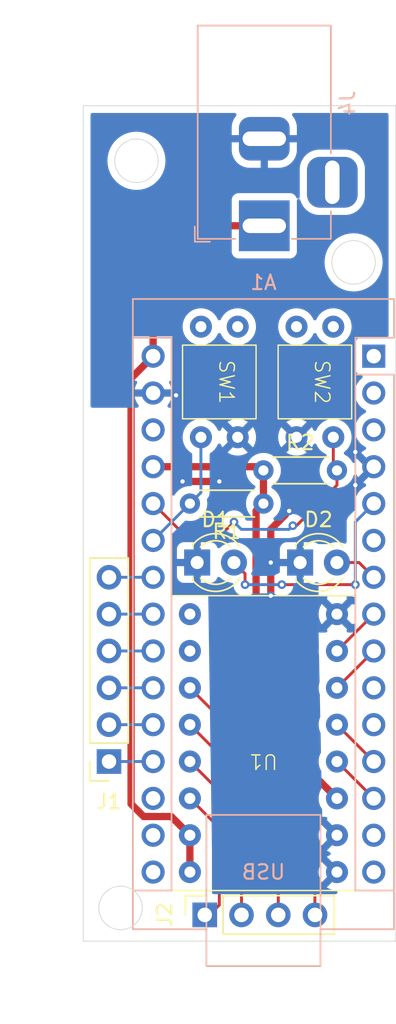
<source format=kicad_pcb>
(kicad_pcb (version 20240108) (generator "pcbnew") (generator_version "8.0")
  (layers (0 "F.Cu" signal) (31 "B.Cu" signal) (34 "B.Paste" user) (35 "F.Paste" user) (36 "B.SilkS" user "B.Silkscreen") (37 "F.SilkS" user "F.Silkscreen") (38 "B.Mask" user) (39 "F.Mask" user) (44 "Edge.Cuts" user))
  (net 0 "")
  (net 3 "IN1")
  (net 4 "SW1")
  (net 6 "GND")
  (net 7 "Net-(A1-D2)")
  (net 8 "IN2")
  (net 9 "Net-(A1-D4)")
  (net 10 "+5V")
  (net 11 "Net-(A1-A1)")
  (net 15 "Net-(A1-SCL{slash}A5)")
  (net 16 "SW2")
  (net 19 "IN3")
  (net 21 "IN4")
  (net 23 "Net-(A1-A0)")
  (net 24 "Net-(A1-A2)")
  (net 25 "VCC")
  (net 26 "Net-(A1-A3)")
  (net 29 "Net-(A1-SDA{slash}A4)")
  (net 30 "Net-(J2-Pin_3)")
  (net 31 "Net-(J2-Pin_1)")
  (net 32 "Net-(J2-Pin_4)")
  (net 33 "Net-(J2-Pin_2)")
  (footprint "Resistor_THT:R_Axial_DIN0204_L3.6mm_D1.6mm_P5.08mm_Horizontal" (layer "F.Cu") (at 36.7715 47.34)
    (property "Reference" "R2" (at 2.54 -1.92 0) (layer "F.SilkS"))
    (property "Value" "10k")
    (fp_line (start 0.62 -0.92) (end 4.46 -0.92) (stroke (width 0.12)) (layer "F.SilkS"))
    (fp_line (start 0.62 0.92) (end 4.46 0.92) (stroke (width 0.12)) (layer "F.SilkS"))
    (pad "1" thru_hole circle (at 0 0) (size 1.4 1.4) (drill 0.7) (layers "*.Cu" "*.Mask") (net 10 "+5V"))
    (pad "2" thru_hole oval (at 5.08 0) (size 1.4 1.4) (drill 0.7) (layers "*.Cu" "*.Mask") (net 16 "SW2"))
  )
  (footprint "Connector_PinSocket_2.54mm:PinSocket_1x04_P2.54mm_Vertical" (layer "F.Cu") (at 32.7175 77.978 90)
    (property "Reference" "J2" (at 0 -2.77 90) (layer "F.SilkS"))
    (property "Value" "Conn_01x04_Socket")
    (fp_line (start 1.33 -1.33) (end 1.33 0) (stroke (width 0.12)) (layer "F.SilkS"))
    (fp_line (start 0 -1.33) (end 1.33 -1.33) (stroke (width 0.12)) (layer "F.SilkS"))
    (fp_line (start 1.33 1.27) (end 1.33 8.95) (stroke (width 0.12)) (layer "F.SilkS"))
    (fp_line (start -1.33 1.27) (end 1.33 1.27) (stroke (width 0.12)) (layer "F.SilkS"))
    (fp_line (start -1.33 1.27) (end -1.33 8.95) (stroke (width 0.12)) (layer "F.SilkS"))
    (fp_line (start -1.33 8.95) (end 1.33 8.95) (stroke (width 0.12)) (layer "F.SilkS"))
    (pad "1" thru_hole rect (at 0 0 90) (size 1.7 1.7) (drill 1) (layers "*.Cu" "*.Mask") (net 31 "Net-(J2-Pin_1)"))
    (pad "2" thru_hole oval (at 0 2.54 90) (size 1.7 1.7) (drill 1) (layers "*.Cu" "*.Mask") (net 33 "Net-(J2-Pin_2)"))
    (pad "3" thru_hole oval (at 0 5.08 90) (size 1.7 1.7) (drill 1) (layers "*.Cu" "*.Mask") (net 30 "Net-(J2-Pin_3)"))
    (pad "4" thru_hole oval (at 0 7.62 90) (size 1.7 1.7) (drill 1) (layers "*.Cu" "*.Mask") (net 32 "Net-(J2-Pin_4)"))
  )
  (footprint "LED_THT:LED_D3.0mm" (layer "F.Cu") (at 32.1945 53.69)
    (property "Reference" "D1" (at 1.27 -2.96 0) (layer "F.SilkS"))
    (property "Value" "LED")
    (fp_line (start -0.29 -1.236) (end -0.29 -1.08) (stroke (width 0.12)) (layer "F.SilkS"))
    (fp_line (start -0.29 1.08) (end -0.29 1.236) (stroke (width 0.12)) (layer "F.SilkS"))
    (fp_arc (start -0.29 -1.235516) (mid 1.366487 -1.987659) (end 2.942335 -1.078608) (stroke (width 0.12)) (layer "F.SilkS"))
    (fp_arc (start 0.229039 -1.08) (mid 1.270117 -1.5) (end 2.31113 -1.079837) (stroke (width 0.12)) (layer "F.SilkS"))
    (fp_arc (start 2.31113 1.079837) (mid 1.270117 1.5) (end 0.229039 1.08) (stroke (width 0.12)) (layer "F.SilkS"))
    (fp_arc (start 2.942335 1.078608) (mid 1.366487 1.987659) (end -0.29 1.235516) (stroke (width 0.12)) (layer "F.SilkS"))
    (pad "1" thru_hole rect (at 0 0) (size 1.8 1.8) (drill 0.9) (layers "*.Cu" "*.Mask") (net 6 "GND"))
    (pad "2" thru_hole circle (at 2.54 0) (size 1.8 1.8) (drill 0.9) (layers "*.Cu" "*.Mask") (net 7 "Net-(A1-D2)"))
  )
  (footprint "自作:SW" (layer "F.Cu") (at 33.7235 41.244 -90)
    (property "Reference" "SW1" (at 0 -0.5 -90) (layer "F.SilkS") (effects (font (thickness 0.1))))
    (property "Value" "SW_Push")
    (fp_rect (start -2.54 -2.54) (end 2.54 2.54) (stroke (width 0.1)) (fill none) (layer "F.SilkS"))
    (pad "1" thru_hole circle (at 3.81 1.27 270) (size 1.524 1.524) (drill 0.762) (layers "*.Cu" "*.Mask") (net 4 "SW1"))
    (pad "2" thru_hole circle (at 3.81 -1.27 270) (size 1.524 1.524) (drill 0.762) (layers "*.Cu" "*.Mask") (net 6 "GND"))
    (pad "3" thru_hole circle (at -3.81 -1.27 270) (size 1.524 1.524) (drill 0.762) (layers "*.Cu" "*.Mask"))
    (pad "4" thru_hole circle (at -3.81 1.27 270) (size 1.524 1.524) (drill 0.762) (layers "*.Cu" "*.Mask"))
  )
  (footprint "Resistor_THT:R_Axial_DIN0204_L3.6mm_D1.6mm_P5.08mm_Horizontal" (layer "F.Cu") (at 36.7715 49.626 180)
    (property "Reference" "R1" (at 2.54 -1.92 0) (layer "F.SilkS"))
    (property "Value" "10k")
    (fp_line (start 0.62 0.92) (end 4.46 0.92) (stroke (width 0.12)) (layer "F.SilkS"))
    (fp_line (start 0.62 -0.92) (end 4.46 -0.92) (stroke (width 0.12)) (layer "F.SilkS"))
    (pad "1" thru_hole circle (at 0 0 180) (size 1.4 1.4) (drill 0.7) (layers "*.Cu" "*.Mask") (net 10 "+5V"))
    (pad "2" thru_hole oval (at 5.08 0 180) (size 1.4 1.4) (drill 0.7) (layers "*.Cu" "*.Mask") (net 4 "SW1"))
  )
  (footprint "自作:TC78H6353FTG" (layer "F.Cu") (at 36.7715 66.136 180)
    (property "Reference" "U1" (at 0 -1.27 180) (layer "F.SilkS") (effects (font (thickness 0.1))))
    (property "Value" "~")
    (fp_rect (start -6.35 -10.16) (end 6.35 10.16) (stroke (width 0.1)) (fill none) (layer "F.SilkS"))
    (pad "1" thru_hole circle (at -5.08 -8.89 180) (size 1.524 1.524) (drill 0.762) (layers "*.Cu" "*.Mask") (net 6 "GND"))
    (pad "2" thru_hole circle (at -5.08 -6.35 180) (size 1.524 1.524) (drill 0.762) (layers "*.Cu" "*.Mask") (net 6 "GND"))
    (pad "3" thru_hole circle (at -5.08 -3.81 180) (size 1.524 1.524) (drill 0.762) (layers "*.Cu" "*.Mask") (net 10 "+5V"))
    (pad "4" thru_hole circle (at -5.08 -1.27 180) (size 1.524 1.524) (drill 0.762) (layers "*.Cu" "*.Mask") (net 21 "IN4"))
    (pad "5" thru_hole circle (at -5.08 1.27 180) (size 1.524 1.524) (drill 0.762) (layers "*.Cu" "*.Mask") (net 19 "IN3"))
    (pad "6" thru_hole circle (at -5.08 3.81 180) (size 1.524 1.524) (drill 0.762) (layers "*.Cu" "*.Mask") (net 8 "IN2"))
    (pad "7" thru_hole circle (at -5.08 6.35 180) (size 1.524 1.524) (drill 0.762) (layers "*.Cu" "*.Mask") (net 3 "IN1"))
    (pad "8" thru_hole circle (at -5.08 8.89 180) (size 1.524 1.524) (drill 0.762) (layers "*.Cu" "*.Mask") (net 6 "GND"))
    (pad "9" thru_hole circle (at 5.08 8.89 180) (size 1.524 1.524) (drill 0.762) (layers "*.Cu" "*.Mask"))
    (pad "10" thru_hole circle (at 5.08 6.35 180) (size 1.524 1.524) (drill 0.762) (layers "*.Cu" "*.Mask"))
    (pad "11" thru_hole circle (at 5.08 3.81 180) (size 1.524 1.524) (drill 0.762) (layers "*.Cu" "*.Mask") (net 32 "Net-(J2-Pin_4)"))
    (pad "12" thru_hole circle (at 5.08 1.27 180) (size 1.524 1.524) (drill 0.762) (layers "*.Cu" "*.Mask") (net 30 "Net-(J2-Pin_3)"))
    (pad "13" thru_hole circle (at 5.08 -1.27 180) (size 1.524 1.524) (drill 0.762) (layers "*.Cu" "*.Mask") (net 33 "Net-(J2-Pin_2)"))
    (pad "14" thru_hole circle (at 5.08 -3.81 180) (size 1.524 1.524) (drill 0.762) (layers "*.Cu" "*.Mask") (net 31 "Net-(J2-Pin_1)"))
    (pad "15" thru_hole circle (at 5.08 -6.35 180) (size 1.524 1.524) (drill 0.762) (layers "*.Cu" "*.Mask") (net 25 "VCC"))
    (pad "16" thru_hole circle (at 5.08 -8.89 180) (size 1.524 1.524) (drill 0.762) (layers "*.Cu" "*.Mask") (net 25 "VCC"))
  )
  (footprint "自作:SW" (layer "F.Cu") (at 40.3275 41.244 -90)
    (property "Reference" "SW2" (at 0 -0.5 -90) (layer "F.SilkS") (effects (font (thickness 0.1))))
    (property "Value" "SW_Push")
    (fp_rect (start -2.54 -2.54) (end 2.54 2.54) (stroke (width 0.1)) (fill none) (layer "F.SilkS"))
    (pad "1" thru_hole circle (at 3.81 -1.27 270) (size 1.524 1.524) (drill 0.762) (layers "*.Cu" "*.Mask") (net 16 "SW2"))
    (pad "2" thru_hole circle (at 3.81 1.27 270) (size 1.524 1.524) (drill 0.762) (layers "*.Cu" "*.Mask") (net 6 "GND"))
    (pad "3" thru_hole circle (at -3.81 -1.27 270) (size 1.524 1.524) (drill 0.762) (layers "*.Cu" "*.Mask"))
    (pad "4" thru_hole circle (at -3.81 1.27 270) (size 1.524 1.524) (drill 0.762) (layers "*.Cu" "*.Mask"))
  )
  (footprint "LED_THT:LED_D3.0mm" (layer "F.Cu") (at 39.3065 53.69)
    (property "Reference" "D2" (at 1.27 -2.96 0) (layer "F.SilkS"))
    (property "Value" "LED")
    (fp_line (start -0.29 -1.236) (end -0.29 -1.08) (stroke (width 0.12)) (layer "F.SilkS"))
    (fp_line (start -0.29 1.08) (end -0.29 1.236) (stroke (width 0.12)) (layer "F.SilkS"))
    (fp_arc (start -0.29 -1.235516) (mid 1.366487 -1.987659) (end 2.942335 -1.078608) (stroke (width 0.12)) (layer "F.SilkS"))
    (fp_arc (start 0.229039 -1.08) (mid 1.270117 -1.5) (end 2.31113 -1.079837) (stroke (width 0.12)) (layer "F.SilkS"))
    (fp_arc (start 2.31113 1.079837) (mid 1.270117 1.5) (end 0.229039 1.08) (stroke (width 0.12)) (layer "F.SilkS"))
    (fp_arc (start 2.942335 1.078608) (mid 1.366487 1.987659) (end -0.29 1.235516) (stroke (width 0.12)) (layer "F.SilkS"))
    (pad "1" thru_hole rect (at 0 0) (size 1.8 1.8) (drill 0.9) (layers "*.Cu" "*.Mask") (net 6 "GND"))
    (pad "2" thru_hole circle (at 2.54 0) (size 1.8 1.8) (drill 0.9) (layers "*.Cu" "*.Mask") (net 9 "Net-(A1-D4)"))
  )
  (footprint "Connector_PinSocket_2.54mm:PinSocket_1x06_P2.54mm_Vertical" (layer "F.Cu") (at 26.1035 67.406 180)
    (property "Reference" "J1" (at 0 -2.77 0) (layer "F.SilkS"))
    (property "Value" "Conn_01x06_Socket")
    (fp_line (start 1.33 1.27) (end 1.33 14.03) (stroke (width 0.12)) (layer "F.SilkS"))
    (fp_line (start 1.33 -1.33) (end 1.33 0) (stroke (width 0.12)) (layer "F.SilkS"))
    (fp_line (start 0 -1.33) (end 1.33 -1.33) (stroke (width 0.12)) (layer "F.SilkS"))
    (fp_line (start -1.33 14.03) (end 1.33 14.03) (stroke (width 0.12)) (layer "F.SilkS"))
    (fp_line (start -1.33 1.27) (end 1.33 1.27) (stroke (width 0.12)) (layer "F.SilkS"))
    (fp_line (start -1.33 1.27) (end -1.33 14.03) (stroke (width 0.12)) (layer "F.SilkS"))
    (pad "1" thru_hole rect (at 0 0 180) (size 1.7 1.7) (drill 1) (layers "*.Cu" "*.Mask") (net 23 "Net-(A1-A0)"))
    (pad "2" thru_hole oval (at 0 2.54 180) (size 1.7 1.7) (drill 1) (layers "*.Cu" "*.Mask") (net 11 "Net-(A1-A1)"))
    (pad "3" thru_hole oval (at 0 5.08 180) (size 1.7 1.7) (drill 1) (layers "*.Cu" "*.Mask") (net 24 "Net-(A1-A2)"))
    (pad "4" thru_hole oval (at 0 7.62 180) (size 1.7 1.7) (drill 1) (layers "*.Cu" "*.Mask") (net 26 "Net-(A1-A3)"))
    (pad "5" thru_hole oval (at 0 10.16 180) (size 1.7 1.7) (drill 1) (layers "*.Cu" "*.Mask") (net 29 "Net-(A1-SDA{slash}A4)"))
    (pad "6" thru_hole oval (at 0 12.7 180) (size 1.7 1.7) (drill 1) (layers "*.Cu" "*.Mask") (net 15 "Net-(A1-SCL{slash}A5)"))
  )
  (footprint "Connector_BarrelJack:BarrelJack_Horizontal" (layer "B.Cu") (at 36.83 30.48 -90)
    (property "Reference" "J4" (at -8.45 -5.75 90) (layer "B.SilkS") (effects (justify mirror)))
    (property "Value" "Barrel_Jack_MountingPin")
    (fp_line (start 1.1 4.8) (end 0.05 4.8) (stroke (width 0.12)) (layer "B.SilkS"))
    (fp_line (start 1.1 4.8) (end 1.1 3.75) (stroke (width 0.12)) (layer "B.SilkS"))
    (fp_line (start -13.8 4.6) (end -13.8 -4.6) (stroke (width 0.12)) (layer "B.SilkS"))
    (fp_line (start 0.9 4.6) (end -13.8 4.6) (stroke (width 0.12)) (layer "B.SilkS"))
    (fp_line (start 0.9 2) (end 0.9 4.6) (stroke (width 0.12)) (layer "B.SilkS"))
    (fp_line (start -13.8 -4.6) (end -5 -4.6) (stroke (width 0.12)) (layer "B.SilkS"))
    (fp_line (start -1 -4.6) (end 0.9 -4.6) (stroke (width 0.12)) (layer "B.SilkS"))
    (fp_line (start 0.9 -4.6) (end 0.9 -1.9) (stroke (width 0.12)) (layer "B.SilkS"))
    (pad "1" thru_hole rect (at 0 0 270) (size 3.5 3.5) (drill oval 1 3) (layers "*.Cu" "*.Mask") (net 25 "VCC"))
    (pad "2" thru_hole roundrect (at -6 0 270) (size 3 3.5) (drill oval 1 3) (layers "*.Cu" "*.Mask") (net 6 "GND"))
    (pad "3" thru_hole roundrect (at -3 -4.7 270) (size 3.5 3.5) (drill oval 3 1) (layers "*.Cu" "*.Mask"))
  )
  (footprint "Module:Arduino_Nano" (layer "B.Cu") (at 44.3915 39.466 180)
    (property "Reference" "A1" (at 7.62 5.08 0) (layer "B.SilkS") (effects (justify mirror)))
    (property "Value" "Arduino_Nano_Every")
    (fp_line (start 16.64 3.94) (end 16.64 -39.5) (stroke (width 0.12)) (layer "B.SilkS"))
    (fp_line (start 16.64 1.27) (end 13.97 1.27) (stroke (width 0.12)) (layer "B.SilkS"))
    (fp_line (start 16.64 -36.83) (end 13.97 -36.83) (stroke (width 0.12)) (layer "B.SilkS"))
    (fp_line (start 13.97 -36.83) (end 13.97 1.27) (stroke (width 0.12)) (layer "B.SilkS"))
    (fp_line (start 11.56 -31.62) (end 3.68 -31.62) (stroke (width 0.12)) (layer "B.SilkS"))
    (fp_line (start 11.56 -39.5) (end 16.64 -39.5) (stroke (width 0.12)) (layer "B.SilkS"))
    (fp_line (start 11.56 -42.04) (end 11.56 -31.62) (stroke (width 0.12)) (layer "B.SilkS"))
    (fp_line (start 3.68 -31.62) (end 3.68 -42.04) (stroke (width 0.12)) (layer "B.SilkS"))
    (fp_line (start 3.68 -39.5) (end -1.4 -39.5) (stroke (width 0.12)) (layer "B.SilkS"))
    (fp_line (start 3.68 -42.04) (end 11.56 -42.04) (stroke (width 0.12)) (layer "B.SilkS"))
    (fp_line (start 1.27 1.27) (end 1.27 -1.27) (stroke (width 0.12)) (layer "B.SilkS"))
    (fp_line (start 1.27 -36.83) (end 1.27 -1.27) (stroke (width 0.12)) (layer "B.SilkS"))
    (fp_line (start -1.4 3.94) (end 16.64 3.94) (stroke (width 0.12)) (layer "B.SilkS"))
    (fp_line (start -1.4 1.27) (end 1.27 1.27) (stroke (width 0.12)) (layer "B.SilkS"))
    (fp_line (start -1.4 1.27) (end -1.4 3.94) (stroke (width 0.12)) (layer "B.SilkS"))
    (fp_line (start -1.4 -1.27) (end 1.27 -1.27) (stroke (width 0.12)) (layer "B.SilkS"))
    (fp_line (start -1.4 -36.83) (end 1.27 -36.83) (stroke (width 0.12)) (layer "B.SilkS"))
    (fp_line (start -1.4 -39.5) (end -1.4 -1.27) (stroke (width 0.12)) (layer "B.SilkS"))
    (fp_text user "USB" (at 7.62 -35.56 0) (layer "B.SilkS") (effects (justify mirror)))
    (pad "1" thru_hole rect (at 0 0 180) (size 1.6 1.6) (drill 1) (layers "*.Cu" "*.Mask"))
    (pad "2" thru_hole oval (at 0 -2.54 180) (size 1.6 1.6) (drill 1) (layers "*.Cu" "*.Mask"))
    (pad "3" thru_hole oval (at 0 -5.08 180) (size 1.6 1.6) (drill 1) (layers "*.Cu" "*.Mask"))
    (pad "4" thru_hole oval (at 0 -7.62 180) (size 1.6 1.6) (drill 1) (layers "*.Cu" "*.Mask") (net 6 "GND"))
    (pad "5" thru_hole oval (at 0 -10.16 180) (size 1.6 1.6) (drill 1) (layers "*.Cu" "*.Mask") (net 7 "Net-(A1-D2)"))
    (pad "6" thru_hole oval (at 0 -12.7 180) (size 1.6 1.6) (drill 1) (layers "*.Cu" "*.Mask"))
    (pad "7" thru_hole oval (at 0 -15.24 180) (size 1.6 1.6) (drill 1) (layers "*.Cu" "*.Mask") (net 9 "Net-(A1-D4)"))
    (pad "8" thru_hole oval (at 0 -17.78 180) (size 1.6 1.6) (drill 1) (layers "*.Cu" "*.Mask") (net 3 "IN1"))
    (pad "9" thru_hole oval (at 0 -20.32 180) (size 1.6 1.6) (drill 1) (layers "*.Cu" "*.Mask") (net 8 "IN2"))
    (pad "10" thru_hole oval (at 0 -22.86 180) (size 1.6 1.6) (drill 1) (layers "*.Cu" "*.Mask"))
    (pad "11" thru_hole oval (at 0 -25.4 180) (size 1.6 1.6) (drill 1) (layers "*.Cu" "*.Mask"))
    (pad "12" thru_hole oval (at 0 -27.94 180) (size 1.6 1.6) (drill 1) (layers "*.Cu" "*.Mask") (net 19 "IN3"))
    (pad "13" thru_hole oval (at 0 -30.48 180) (size 1.6 1.6) (drill 1) (layers "*.Cu" "*.Mask") (net 21 "IN4"))
    (pad "14" thru_hole oval (at 0 -33.02 180) (size 1.6 1.6) (drill 1) (layers "*.Cu" "*.Mask"))
    (pad "15" thru_hole oval (at 0 -35.56 180) (size 1.6 1.6) (drill 1) (layers "*.Cu" "*.Mask"))
    (pad "16" thru_hole oval (at 15.24 -35.56 180) (size 1.6 1.6) (drill 1) (layers "*.Cu" "*.Mask"))
    (pad "17" thru_hole oval (at 15.24 -33.02 180) (size 1.6 1.6) (drill 1) (layers "*.Cu" "*.Mask"))
    (pad "18" thru_hole oval (at 15.24 -30.48 180) (size 1.6 1.6) (drill 1) (layers "*.Cu" "*.Mask"))
    (pad "19" thru_hole oval (at 15.24 -27.94 180) (size 1.6 1.6) (drill 1) (layers "*.Cu" "*.Mask") (net 23 "Net-(A1-A0)"))
    (pad "20" thru_hole oval (at 15.24 -25.4 180) (size 1.6 1.6) (drill 1) (layers "*.Cu" "*.Mask") (net 11 "Net-(A1-A1)"))
    (pad "21" thru_hole oval (at 15.24 -22.86 180) (size 1.6 1.6) (drill 1) (layers "*.Cu" "*.Mask") (net 24 "Net-(A1-A2)"))
    (pad "22" thru_hole oval (at 15.24 -20.32 180) (size 1.6 1.6) (drill 1) (layers "*.Cu" "*.Mask") (net 26 "Net-(A1-A3)"))
    (pad "23" thru_hole oval (at 15.24 -17.78 180) (size 1.6 1.6) (drill 1) (layers "*.Cu" "*.Mask") (net 29 "Net-(A1-SDA{slash}A4)"))
    (pad "24" thru_hole oval (at 15.24 -15.24 180) (size 1.6 1.6) (drill 1) (layers "*.Cu" "*.Mask") (net 15 "Net-(A1-SCL{slash}A5)"))
    (pad "25" thru_hole oval (at 15.24 -12.7 180) (size 1.6 1.6) (drill 1) (layers "*.Cu" "*.Mask") (net 4 "SW1"))
    (pad "26" thru_hole oval (at 15.24 -10.16 180) (size 1.6 1.6) (drill 1) (layers "*.Cu" "*.Mask") (net 16 "SW2"))
    (pad "27" thru_hole oval (at 15.24 -7.62 180) (size 1.6 1.6) (drill 1) (layers "*.Cu" "*.Mask") (net 10 "+5V"))
    (pad "28" thru_hole oval (at 15.24 -5.08 180) (size 1.6 1.6) (drill 1) (layers "*.Cu" "*.Mask"))
    (pad "29" thru_hole oval (at 15.24 -2.54 180) (size 1.6 1.6) (drill 1) (layers "*.Cu" "*.Mask") (net 6 "GND"))
    (pad "30" thru_hole oval (at 15.24 0 180) (size 1.6 1.6) (drill 1) (layers "*.Cu" "*.Mask") (net 25 "VCC"))
  )
  (gr_circle (center 28 26) (end 29.5 26) (stroke (width 0.05)) (fill none) (layer "Edge.Cuts"))
  (gr_circle (center 43 33) (end 44.5 33) (stroke (width 0.05)) (fill none) (layer "Edge.Cuts"))
  (gr_circle (center 26.9 77.5) (end 28.4 77.5) (stroke (width 0.05)) (fill none) (layer "Edge.Cuts"))
  (gr_rect (start 24.3255 22.202) (end 45.9155 79.788) (stroke (width 0.05)) (fill none) (layer "Edge.Cuts"))
  (segment (start 41.8515 59.786) (end 44.3915 57.246) (width 0.2) (layer "F.Cu") (net 3))
  (segment (start 31.6915 49.626) (end 32.4535 48.864) (width 0.2) (layer "B.Cu") (net 4))
  (segment (start 32.4535 48.864) (end 32.4535 45.054) (width 0.2) (layer "B.Cu") (net 4))
  (segment (start 31.6915 49.626) (end 29.1515 52.166) (width 0.2) (layer "B.Cu") (net 4))
  (segment (start 37.2795 53.69) (end 37.2795 51.404) (width 0.5) (layer "F.Cu") (net 6))
  (segment (start 38.2955 50.388) (end 38.5495 50.134) (width 0.2) (layer "F.Cu") (net 6))
  (segment (start 37.2795 51.404) (end 38.2955 50.388) (width 0.5) (layer "F.Cu") (net 6))
  (segment (start 37.2795 55.976) (end 37.2795 53.69) (width 0.5) (layer "F.Cu") (net 6))
  (segment (start 33.7235 48.102) (end 31.1835 48.102) (width 0.5) (layer "F.Cu") (net 6))
  (segment (start 37.2795 53.69) (end 39.3065 53.69) (width 0.5) (layer "F.Cu") (net 6))
  (segment (start 43.1215 46.07) (end 43.3755 46.07) (width 0.2) (layer "F.Cu") (net 6))
  (via (at 33.7235 48.102) (size 0.6) (drill 0.3) (layers "F.Cu" "B.Cu") (net 6))
  (via (at 38.5495 50.134) (size 0.6) (drill 0.3) (layers "F.Cu" "B.Cu") (net 6))
  (via (at 31.1835 48.102) (size 0.6) (drill 0.3) (layers "F.Cu" "B.Cu") (net 6))
  (via (at 43.1215 46.07) (size 0.6) (drill 0.3) (layers "F.Cu" "B.Cu") (net 6))
  (via (at 30.734 42.164) (size 0.6) (drill 0.3) (layers "F.Cu" "B.Cu") (net 6))
  (via (at 37.2795 53.69) (size 0.6) (drill 0.3) (layers "F.Cu" "B.Cu") (net 6))
  (via (at 43.1215 48.356) (size 0.6) (drill 0.3) (layers "F.Cu" "B.Cu") (net 6))
  (via (at 37.2795 55.976) (size 0.6) (drill 0.3) (layers "F.Cu" "B.Cu") (net 6))
  (segment (start 44.1375 47.086) (end 43.1215 46.07) (width 0.5) (layer "B.Cu") (net 6))
  (segment (start 44.3915 47.086) (end 44.1375 47.086) (width 0.5) (layer "B.Cu") (net 6))
  (segment (start 39.3065 53.69) (end 39.8195 53.177) (width 0.5) (layer "B.Cu") (net 6))
  (segment (start 30.576 42.006) (end 30.734 42.164) (width 0.2) (layer "B.Cu") (net 6))
  (segment (start 44.3915 47.086) (end 43.1215 48.356) (width 0.5) (layer "B.Cu") (net 6))
  (segment (start 29.1515 42.006) (end 30.576 42.006) (width 0.5) (layer "B.Cu") (net 6))
  (segment (start 39.3065 53.69) (end 39.3065 53.187) (width 0.5) (layer "B.Cu") (net 6))
  (segment (start 35.5015 55.214) (end 35.5015 54.457) (width 0.2) (layer "F.Cu") (net 7))
  (segment (start 43.1215 55.214) (end 38.0415 55.214) (width 0.2) (layer "F.Cu") (net 7))
  (segment (start 35.5015 54.457) (end 34.7345 53.69) (width 0.2) (layer "F.Cu") (net 7))
  (via (at 43.1215 55.214) (size 0.6) (drill 0.3) (layers "F.Cu" "B.Cu") (net 7))
  (via (at 38.0415 55.214) (size 0.6) (drill 0.3) (layers "F.Cu" "B.Cu") (net 7))
  (via (at 35.5015 55.214) (size 0.6) (drill 0.3) (layers "F.Cu" "B.Cu") (net 7))
  (segment (start 43.1215 50.896) (end 43.1215 55.214) (width 0.2) (layer "B.Cu") (net 7))
  (segment (start 43.1215 55.468) (end 43.1215 55.214) (width 0.2) (layer "B.Cu") (net 7))
  (segment (start 44.3915 49.626) (end 43.1215 50.896) (width 0.2) (layer "B.Cu") (net 7))
  (segment (start 38.0415 55.214) (end 35.5015 55.214) (width 0.2) (layer "B.Cu") (net 7))
  (segment (start 44.3915 59.786) (end 41.8515 62.326) (width 0.2) (layer "F.Cu") (net 8))
  (segment (start 41.8465 53.69) (end 43.3755 53.69) (width 0.2) (layer "F.Cu") (net 9))
  (segment (start 43.3755 53.69) (end 44.3915 54.706) (width 0.2) (layer "F.Cu") (net 9))
  (segment (start 36.7715 47.34) (end 36.7715 48.356) (width 0.5) (layer "F.Cu") (net 10))
  (segment (start 29.1515 47.086) (end 36.5175 47.086) (width 0.5) (layer "F.Cu") (net 10))
  (segment (start 36.2635 64.358) (end 41.8515 69.946) (width 0.5) (layer "F.Cu") (net 10))
  (segment (start 36.5175 47.086) (end 36.7715 47.34) (width 0.2) (layer "F.Cu") (net 10))
  (segment (start 36.7715 49.626) (end 36.2635 50.134) (width 0.5) (layer "F.Cu") (net 10))
  (segment (start 36.7715 48.356) (end 36.7715 49.626) (width 0.5) (layer "F.Cu") (net 10))
  (segment (start 36.2635 50.134) (end 36.2635 64.358) (width 0.5) (layer "F.Cu") (net 10))
  (segment (start 26.1035 64.866) (end 29.1515 64.866) (width 0.2) (layer "B.Cu") (net 11))
  (segment (start 26.1035 54.706) (end 29.1515 54.706) (width 0.2) (layer "B.Cu") (net 15))
  (segment (start 41.5975 45.054) (end 41.5975 47.086) (width 0.2) (layer "F.Cu") (net 16))
  (segment (start 30.9295 51.404) (end 29.1515 49.626) (width 0.2) (layer "F.Cu") (net 16))
  (segment (start 39.0575 51.15) (end 41.8515 48.356) (width 0.2) (layer "F.Cu") (net 16))
  (segment (start 38.8035 51.15) (end 39.0575 51.15) (width 0.2) (layer "F.Cu") (net 16))
  (segment (start 34.7395 50.896) (end 34.2315 51.404) (width 0.2) (layer "F.Cu") (net 16))
  (segment (start 41.8515 48.356) (end 41.8515 47.34) (width 0.2) (layer "F.Cu") (net 16))
  (segment (start 34.2315 51.404) (end 30.9295 51.404) (width 0.2) (layer "F.Cu") (net 16))
  (segment (start 41.5975 47.086) (end 41.8515 47.34) (width 0.2) (layer "F.Cu") (net 16))
  (via (at 38.8035 51.15) (size 0.6) (drill 0.3) (layers "F.Cu" "B.Cu") (net 16))
  (via (at 34.7395 50.896) (size 0.6) (drill 0.3) (layers "F.Cu" "B.Cu") (net 16))
  (segment (start 38.5495 51.404) (end 38.8035 51.15) (width 0.2) (layer "B.Cu") (net 16))
  (segment (start 34.7395 50.896) (end 35.2475 51.404) (width 0.2) (layer "B.Cu") (net 16))
  (segment (start 35.2475 51.404) (end 38.5495 51.404) (width 0.2) (layer "B.Cu") (net 16))
  (segment (start 41.8515 47.086) (end 41.5975 46.832) (width 0.2) (layer "B.Cu") (net 16))
  (segment (start 41.8515 64.866) (end 44.3915 67.406) (width 0.2) (layer "F.Cu") (net 19))
  (segment (start 41.8515 67.406) (end 44.3915 69.946) (width 0.2) (layer "F.Cu") (net 21))
  (segment (start 29.1515 67.406) (end 26.1035 67.406) (width 0.2) (layer "B.Cu") (net 23))
  (segment (start 29.1515 62.326) (end 26.1035 62.326) (width 0.2) (layer "B.Cu") (net 24))
  (segment (start 36.83 30.48) (end 32.8035 30.48) (width 0.5) (layer "F.Cu") (net 25))
  (segment (start 30.4015 71.196) (end 28.496 71.196) (width 0.5) (layer "F.Cu") (net 25))
  (segment (start 27.6275 40.99) (end 29.1515 39.466) (width 0.5) (layer "F.Cu") (net 25))
  (segment (start 29.1515 34.132) (end 29.1515 39.466) (width 0.5) (layer "F.Cu") (net 25))
  (segment (start 31.6915 72.486) (end 30.4015 71.196) (width 0.5) (layer "F.Cu") (net 25))
  (segment (start 32.8035 30.48) (end 29.1515 34.132) (width 0.5) (layer "F.Cu") (net 25))
  (segment (start 31.6915 75.026) (end 31.6915 72.486) (width 0.5) (layer "F.Cu") (net 25))
  (segment (start 27.6275 70.3275) (end 27.6275 40.99) (width 0.5) (layer "F.Cu") (net 25))
  (segment (start 28.496 71.196) (end 27.6275 70.3275) (width 0.5) (layer "F.Cu") (net 25))
  (segment (start 26.1035 59.786) (end 29.1515 59.786) (width 0.2) (layer "B.Cu") (net 26))
  (segment (start 29.1515 57.246) (end 26.1035 57.246) (width 0.2) (layer "B.Cu") (net 29))
  (segment (start 37.7975 70.972) (end 31.6915 64.866) (width 0.2) (layer "F.Cu") (net 30))
  (segment (start 37.7975 78.303) (end 37.7975 70.972) (width 0.2) (layer "F.Cu") (net 30))
  (segment (start 33.7235 77.297) (end 33.7235 71.978) (width 0.2) (layer "F.Cu") (net 31))
  (segment (start 33.7235 71.978) (end 31.6915 69.946) (width 0.2) (layer "F.Cu") (net 31))
  (segment (start 32.7175 78.303) (end 33.7235 77.297) (width 0.2) (layer "F.Cu") (net 31))
  (segment (start 40.3275 70.962) (end 40.3275 78.293) (width 0.2) (layer "F.Cu") (net 32))
  (segment (start 40.3275 78.293) (end 40.3375 78.303) (width 0.2) (layer "F.Cu") (net 32))
  (segment (start 31.6915 62.326) (end 40.3275 70.962) (width 0.2) (layer "F.Cu") (net 32))
  (segment (start 35.2575 70.972) (end 31.6915 67.406) (width 0.2) (layer "F.Cu") (net 33))
  (segment (start 35.2575 78.303) (end 35.2575 70.972) (width 0.2) (layer "F.Cu") (net 33))
  (zone (net 6) (net_name "GND") (layer "B.Cu") (priority 2) (connect_pads (clearance 0.5)) (min_thickness 0.25) (fill yes (thermal_gap 0.5) (thermal_bridge_width 0.5))
    (polygon (pts (xy 40.5815 55.976) (xy 43.1215 55.976) (xy 43.1215 58.516) (xy 40.5815 58.516)))
  )
  (zone (net 6) (net_name "GND") (layer "B.Cu") (priority 1) (connect_pads (clearance 0.5)) (min_thickness 0.25) (fill yes (thermal_gap 0.5) (thermal_bridge_width 0.5))
    (polygon (pts (xy 45.9155 50.896) (xy 43.1215 50.896) (xy 43.1215 52.42) (xy 40.5815 52.42) (xy 40.5815 58.516) (xy 40.8355 71.216) (xy 42.8675 71.216) (xy 42.8675 73.502) (xy 41.8515 76.55) (xy 40.3275 76.55) (xy 34.2315 76.55) (xy 33.2155 76.55) (xy 33.2155 73.502) (xy 32.9615 55.976) (xy 30.4215 55.976) (xy 30.4215 43.022) (xy 27.6275 43.022) (xy 24.3255 43.022) (xy 24.3255 22.194) (xy 45.9155 22.194)))
    (polygon (pts (xy 27.686 38.1) (xy 27.686 40.132) (xy 27.686 41.148) (xy 30.48 41.148) (xy 30.48 38.1)))
  )
)
</source>
